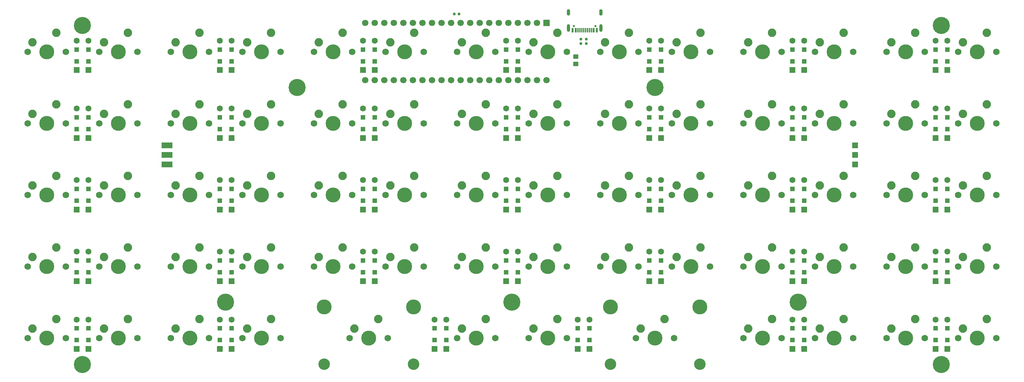
<source format=gbr>
%TF.GenerationSoftware,KiCad,Pcbnew,(6.0.4)*%
%TF.CreationDate,2022-09-11T20:25:19+10:00*%
%TF.ProjectId,pcb,7063622e-6b69-4636-9164-5f7063625858,rev?*%
%TF.SameCoordinates,Original*%
%TF.FileFunction,Soldermask,Bot*%
%TF.FilePolarity,Negative*%
%FSLAX46Y46*%
G04 Gerber Fmt 4.6, Leading zero omitted, Abs format (unit mm)*
G04 Created by KiCad (PCBNEW (6.0.4)) date 2022-09-11 20:25:19*
%MOMM*%
%LPD*%
G01*
G04 APERTURE LIST*
G04 Aperture macros list*
%AMRoundRect*
0 Rectangle with rounded corners*
0 $1 Rounding radius*
0 $2 $3 $4 $5 $6 $7 $8 $9 X,Y pos of 4 corners*
0 Add a 4 corners polygon primitive as box body*
4,1,4,$2,$3,$4,$5,$6,$7,$8,$9,$2,$3,0*
0 Add four circle primitives for the rounded corners*
1,1,$1+$1,$2,$3*
1,1,$1+$1,$4,$5*
1,1,$1+$1,$6,$7*
1,1,$1+$1,$8,$9*
0 Add four rect primitives between the rounded corners*
20,1,$1+$1,$2,$3,$4,$5,0*
20,1,$1+$1,$4,$5,$6,$7,0*
20,1,$1+$1,$6,$7,$8,$9,0*
20,1,$1+$1,$8,$9,$2,$3,0*%
G04 Aperture macros list end*
%ADD10C,1.750000*%
%ADD11C,3.987800*%
%ADD12C,2.250000*%
%ADD13C,4.550000*%
%ADD14R,1.700000X1.700000*%
%ADD15C,1.700000*%
%ADD16C,3.048000*%
%ADD17R,1.200000X1.200000*%
%ADD18R,1.600000X1.600000*%
%ADD19C,1.600000*%
%ADD20RoundRect,0.250000X-0.450000X0.350000X-0.450000X-0.350000X0.450000X-0.350000X0.450000X0.350000X0*%
%ADD21R,1.524000X1.524000*%
%ADD22RoundRect,0.160000X-0.160000X0.197500X-0.160000X-0.197500X0.160000X-0.197500X0.160000X0.197500X0*%
%ADD23C,0.600000*%
%ADD24R,0.600000X1.160000*%
%ADD25R,0.300000X1.160000*%
%ADD26O,0.900000X2.000000*%
%ADD27O,0.900000X1.700000*%
%ADD28RoundRect,0.160000X0.197500X0.160000X-0.197500X0.160000X-0.197500X-0.160000X0.197500X-0.160000X0*%
%ADD29R,3.000000X1.524000*%
G04 APERTURE END LIST*
D10*
%TO.C,SW17*%
X52705000Y-28575000D03*
D11*
X47625000Y-28575000D03*
D10*
X42545000Y-28575000D03*
D12*
X43815000Y-26035000D03*
X50165000Y-23495000D03*
%TD*%
D10*
%TO.C,SW31*%
X42545000Y-47625000D03*
X52705000Y-47625000D03*
D11*
X47625000Y-47625000D03*
D12*
X43815000Y-45085000D03*
X50165000Y-42545000D03*
%TD*%
D13*
%TO.C,H8*%
X19050000Y-92750000D03*
%TD*%
D10*
%TO.C,SW3*%
X42545000Y-9525000D03*
D11*
X47625000Y-9525000D03*
D10*
X52705000Y-9525000D03*
D12*
X43815000Y-6985000D03*
X50165000Y-4445000D03*
%TD*%
D10*
%TO.C,SW30*%
X33655000Y-47625000D03*
D11*
X28575000Y-47625000D03*
D10*
X23495000Y-47625000D03*
D12*
X24765000Y-45085000D03*
X31115000Y-42545000D03*
%TD*%
D10*
%TO.C,SW60*%
X61595000Y-85725000D03*
D11*
X66675000Y-85725000D03*
D10*
X71755000Y-85725000D03*
D12*
X62865000Y-83185000D03*
X69215000Y-80645000D03*
%TD*%
D10*
%TO.C,SW33*%
X90805000Y-47625000D03*
X80645000Y-47625000D03*
D11*
X85725000Y-47625000D03*
D12*
X81915000Y-45085000D03*
X88265000Y-42545000D03*
%TD*%
D11*
%TO.C,SW46*%
X66675000Y-66675000D03*
D10*
X71755000Y-66675000D03*
X61595000Y-66675000D03*
D12*
X62865000Y-64135000D03*
X69215000Y-61595000D03*
%TD*%
D11*
%TO.C,SW65*%
X200025000Y-85725000D03*
D10*
X205105000Y-85725000D03*
X194945000Y-85725000D03*
D12*
X196215000Y-83185000D03*
X202565000Y-80645000D03*
%TD*%
D10*
%TO.C,SW57*%
X4445000Y-85725000D03*
D11*
X9525000Y-85725000D03*
D10*
X14605000Y-85725000D03*
D12*
X5715000Y-83185000D03*
X12065000Y-80645000D03*
%TD*%
D14*
%TO.C,U1*%
X142550000Y-1850000D03*
D15*
X140010000Y-1850000D03*
X137470000Y-1850000D03*
X134930000Y-1850000D03*
X132390000Y-1850000D03*
X129850000Y-1850000D03*
X127310000Y-1850000D03*
X124770000Y-1850000D03*
X122230000Y-1850000D03*
X119690000Y-1850000D03*
X117150000Y-1850000D03*
X114610000Y-1850000D03*
X112070000Y-1850000D03*
X109530000Y-1850000D03*
X106990000Y-1850000D03*
X104450000Y-1850000D03*
X101910000Y-1850000D03*
X99370000Y-1850000D03*
X96830000Y-1850000D03*
X94290000Y-1850000D03*
X94290000Y-17090000D03*
X96830000Y-17090000D03*
X99370000Y-17090000D03*
X101910000Y-17090000D03*
X104450000Y-17090000D03*
X106990000Y-17090000D03*
X109530000Y-17090000D03*
X112070000Y-17090000D03*
X114610000Y-17090000D03*
X117150000Y-17090000D03*
X119690000Y-17090000D03*
X122230000Y-17090000D03*
X124770000Y-17090000D03*
X127310000Y-17090000D03*
X129850000Y-17090000D03*
X132390000Y-17090000D03*
X134930000Y-17090000D03*
X137470000Y-17090000D03*
X140010000Y-17090000D03*
X142550000Y-17090000D03*
%TD*%
D10*
%TO.C,SW68*%
X262255000Y-85725000D03*
X252095000Y-85725000D03*
D11*
X257175000Y-85725000D03*
D12*
X253365000Y-83185000D03*
X259715000Y-80645000D03*
%TD*%
D10*
%TO.C,SW47*%
X80645000Y-66675000D03*
X90805000Y-66675000D03*
D11*
X85725000Y-66675000D03*
D12*
X81915000Y-64135000D03*
X88265000Y-61595000D03*
%TD*%
D10*
%TO.C,SW51*%
X167005000Y-66675000D03*
D11*
X161925000Y-66675000D03*
D10*
X156845000Y-66675000D03*
D12*
X158115000Y-64135000D03*
X164465000Y-61595000D03*
%TD*%
D10*
%TO.C,SW43*%
X14605000Y-66675000D03*
D11*
X9525000Y-66675000D03*
D10*
X4445000Y-66675000D03*
D12*
X5715000Y-64135000D03*
X12065000Y-61595000D03*
%TD*%
D10*
%TO.C,SW58*%
X33655000Y-85725000D03*
D11*
X28575000Y-85725000D03*
D10*
X23495000Y-85725000D03*
D12*
X24765000Y-83185000D03*
X31115000Y-80645000D03*
%TD*%
D10*
%TO.C,SW1*%
X14605000Y-9525000D03*
D11*
X9525000Y-9525000D03*
D10*
X4445000Y-9525000D03*
D12*
X5715000Y-6985000D03*
X12065000Y-4445000D03*
%TD*%
D11*
%TO.C,SW42*%
X257175000Y-47625000D03*
D10*
X262255000Y-47625000D03*
X252095000Y-47625000D03*
D12*
X253365000Y-45085000D03*
X259715000Y-42545000D03*
%TD*%
D10*
%TO.C,SW11*%
X194945000Y-9525000D03*
D11*
X200025000Y-9525000D03*
D10*
X205105000Y-9525000D03*
D12*
X196215000Y-6985000D03*
X202565000Y-4445000D03*
%TD*%
D11*
%TO.C,SW54*%
X219075000Y-66675000D03*
D10*
X213995000Y-66675000D03*
X224155000Y-66675000D03*
D12*
X215265000Y-64135000D03*
X221615000Y-61595000D03*
%TD*%
D11*
%TO.C,SW38*%
X180975000Y-47625000D03*
D10*
X175895000Y-47625000D03*
X186055000Y-47625000D03*
D12*
X177165000Y-45085000D03*
X183515000Y-42545000D03*
%TD*%
D10*
%TO.C,SW63*%
X137795000Y-85725000D03*
X147955000Y-85725000D03*
D11*
X142875000Y-85725000D03*
D12*
X139065000Y-83185000D03*
X145415000Y-80645000D03*
%TD*%
D10*
%TO.C,SW5*%
X90805000Y-9525000D03*
D11*
X85725000Y-9525000D03*
D10*
X80645000Y-9525000D03*
D12*
X81915000Y-6985000D03*
X88265000Y-4445000D03*
%TD*%
D11*
%TO.C,SW10*%
X180975000Y-9525000D03*
D10*
X186055000Y-9525000D03*
X175895000Y-9525000D03*
D12*
X177165000Y-6985000D03*
X183515000Y-4445000D03*
%TD*%
D11*
%TO.C,SW52*%
X180975000Y-66675000D03*
D10*
X175895000Y-66675000D03*
X186055000Y-66675000D03*
D12*
X177165000Y-64135000D03*
X183515000Y-61595000D03*
%TD*%
D13*
%TO.C,H3*%
X171450000Y-19050000D03*
%TD*%
D10*
%TO.C,SW23*%
X167005000Y-28575000D03*
D11*
X161925000Y-28575000D03*
D10*
X156845000Y-28575000D03*
D12*
X158115000Y-26035000D03*
X164465000Y-23495000D03*
%TD*%
D11*
%TO.C,SW48*%
X104775000Y-66675000D03*
D10*
X109855000Y-66675000D03*
X99695000Y-66675000D03*
D12*
X100965000Y-64135000D03*
X107315000Y-61595000D03*
%TD*%
D13*
%TO.C,H7*%
X209550000Y-76200000D03*
%TD*%
D10*
%TO.C,SW39*%
X194945000Y-47625000D03*
D11*
X200025000Y-47625000D03*
D10*
X205105000Y-47625000D03*
D12*
X196215000Y-45085000D03*
X202565000Y-42545000D03*
%TD*%
D13*
%TO.C,H9*%
X247650000Y-92750000D03*
%TD*%
D10*
%TO.C,SW14*%
X262255000Y-9525000D03*
D11*
X257175000Y-9525000D03*
D10*
X252095000Y-9525000D03*
D12*
X253365000Y-6985000D03*
X259715000Y-4445000D03*
%TD*%
D11*
%TO.C,SW59*%
X47625000Y-85725000D03*
D10*
X52705000Y-85725000D03*
X42545000Y-85725000D03*
D12*
X43815000Y-83185000D03*
X50165000Y-80645000D03*
%TD*%
D10*
%TO.C,SW56*%
X252095000Y-66675000D03*
D11*
X257175000Y-66675000D03*
D10*
X262255000Y-66675000D03*
D12*
X253365000Y-64135000D03*
X259715000Y-61595000D03*
%TD*%
D10*
%TO.C,SW49*%
X128905000Y-66675000D03*
D11*
X123825000Y-66675000D03*
D10*
X118745000Y-66675000D03*
D12*
X120015000Y-64135000D03*
X126365000Y-61595000D03*
%TD*%
D10*
%TO.C,SW66*%
X213995000Y-85725000D03*
X224155000Y-85725000D03*
D11*
X219075000Y-85725000D03*
D12*
X215265000Y-83185000D03*
X221615000Y-80645000D03*
%TD*%
D11*
%TO.C,SW50*%
X142875000Y-66675000D03*
D10*
X137795000Y-66675000D03*
X147955000Y-66675000D03*
D12*
X139065000Y-64135000D03*
X145415000Y-61595000D03*
%TD*%
D13*
%TO.C,H6*%
X133350000Y-76200000D03*
%TD*%
D11*
%TO.C,SW13*%
X238125000Y-9525000D03*
D10*
X233045000Y-9525000D03*
X243205000Y-9525000D03*
D12*
X234315000Y-6985000D03*
X240665000Y-4445000D03*
%TD*%
D10*
%TO.C,SW9*%
X167005000Y-9525000D03*
D11*
X161925000Y-9525000D03*
D10*
X156845000Y-9525000D03*
D12*
X158115000Y-6985000D03*
X164465000Y-4445000D03*
%TD*%
D10*
%TO.C,SW45*%
X52705000Y-66675000D03*
D11*
X47625000Y-66675000D03*
D10*
X42545000Y-66675000D03*
D12*
X43815000Y-64135000D03*
X50165000Y-61595000D03*
%TD*%
D11*
%TO.C,SW4*%
X66675000Y-9525000D03*
D10*
X71755000Y-9525000D03*
X61595000Y-9525000D03*
D12*
X62865000Y-6985000D03*
X69215000Y-4445000D03*
%TD*%
D10*
%TO.C,SW6*%
X109855000Y-9525000D03*
D11*
X104775000Y-9525000D03*
D10*
X99695000Y-9525000D03*
D12*
X100965000Y-6985000D03*
X107315000Y-4445000D03*
%TD*%
D10*
%TO.C,SW40*%
X213995000Y-47625000D03*
X224155000Y-47625000D03*
D11*
X219075000Y-47625000D03*
D12*
X215265000Y-45085000D03*
X221615000Y-42545000D03*
%TD*%
D10*
%TO.C,SW53*%
X194945000Y-66675000D03*
X205105000Y-66675000D03*
D11*
X200025000Y-66675000D03*
D12*
X196215000Y-64135000D03*
X202565000Y-61595000D03*
%TD*%
D11*
%TO.C,SW29*%
X9525000Y-47625000D03*
D10*
X4445000Y-47625000D03*
X14605000Y-47625000D03*
D12*
X5715000Y-45085000D03*
X12065000Y-42545000D03*
%TD*%
D10*
%TO.C,SW22*%
X147955000Y-28575000D03*
D11*
X142875000Y-28575000D03*
D10*
X137795000Y-28575000D03*
D12*
X139065000Y-26035000D03*
X145415000Y-23495000D03*
%TD*%
D11*
%TO.C,SW34*%
X104775000Y-47625000D03*
D10*
X99695000Y-47625000D03*
X109855000Y-47625000D03*
D12*
X100965000Y-45085000D03*
X107315000Y-42545000D03*
%TD*%
D10*
%TO.C,SW7*%
X128905000Y-9525000D03*
D11*
X123825000Y-9525000D03*
D10*
X118745000Y-9525000D03*
D12*
X120015000Y-6985000D03*
X126365000Y-4445000D03*
%TD*%
D10*
%TO.C,SW24*%
X186055000Y-28575000D03*
X175895000Y-28575000D03*
D11*
X180975000Y-28575000D03*
D12*
X177165000Y-26035000D03*
X183515000Y-23495000D03*
%TD*%
D11*
%TO.C,SW62*%
X123825000Y-85725000D03*
D10*
X118745000Y-85725000D03*
X128905000Y-85725000D03*
D12*
X120015000Y-83185000D03*
X126365000Y-80645000D03*
%TD*%
D11*
%TO.C,SW15*%
X9525000Y-28575000D03*
D10*
X14605000Y-28575000D03*
X4445000Y-28575000D03*
D12*
X5715000Y-26035000D03*
X12065000Y-23495000D03*
%TD*%
D13*
%TO.C,H4*%
X247650000Y-2500000D03*
%TD*%
D10*
%TO.C,SW2*%
X23495000Y-9525000D03*
D11*
X28575000Y-9525000D03*
D10*
X33655000Y-9525000D03*
D12*
X24765000Y-6985000D03*
X31115000Y-4445000D03*
%TD*%
D13*
%TO.C,H5*%
X57150000Y-76200000D03*
%TD*%
D10*
%TO.C,SW18*%
X71755000Y-28575000D03*
D11*
X66675000Y-28575000D03*
D10*
X61595000Y-28575000D03*
D12*
X62865000Y-26035000D03*
X69215000Y-23495000D03*
%TD*%
D10*
%TO.C,SW12*%
X224155000Y-9525000D03*
D11*
X219075000Y-9525000D03*
D10*
X213995000Y-9525000D03*
D12*
X215265000Y-6985000D03*
X221615000Y-4445000D03*
%TD*%
D16*
%TO.C,SW61*%
X107156250Y-92710000D03*
D11*
X95250000Y-85725000D03*
D16*
X83343750Y-92710000D03*
D11*
X83343750Y-77470000D03*
D10*
X100330000Y-85725000D03*
D11*
X107156250Y-77470000D03*
D10*
X90170000Y-85725000D03*
D12*
X91440000Y-83185000D03*
X97790000Y-80645000D03*
%TD*%
D11*
%TO.C,SW67*%
X238125000Y-85725000D03*
D10*
X243205000Y-85725000D03*
X233045000Y-85725000D03*
D12*
X234315000Y-83185000D03*
X240665000Y-80645000D03*
%TD*%
D11*
%TO.C,SW36*%
X142875000Y-47625000D03*
D10*
X147955000Y-47625000D03*
X137795000Y-47625000D03*
D12*
X139065000Y-45085000D03*
X145415000Y-42545000D03*
%TD*%
D11*
%TO.C,SW55*%
X238125000Y-66675000D03*
D10*
X243205000Y-66675000D03*
X233045000Y-66675000D03*
D12*
X234315000Y-64135000D03*
X240665000Y-61595000D03*
%TD*%
D11*
%TO.C,SW26*%
X219075000Y-28575000D03*
D10*
X213995000Y-28575000D03*
X224155000Y-28575000D03*
D12*
X215265000Y-26035000D03*
X221615000Y-23495000D03*
%TD*%
D13*
%TO.C,H2*%
X76200000Y-19050000D03*
%TD*%
D10*
%TO.C,SW8*%
X137795000Y-9525000D03*
D11*
X142875000Y-9525000D03*
D10*
X147955000Y-9525000D03*
D12*
X139065000Y-6985000D03*
X145415000Y-4445000D03*
%TD*%
D11*
%TO.C,SW37*%
X161925000Y-47625000D03*
D10*
X167005000Y-47625000D03*
X156845000Y-47625000D03*
D12*
X158115000Y-45085000D03*
X164465000Y-42545000D03*
%TD*%
D10*
%TO.C,SW25*%
X205105000Y-28575000D03*
X194945000Y-28575000D03*
D11*
X200025000Y-28575000D03*
D12*
X196215000Y-26035000D03*
X202565000Y-23495000D03*
%TD*%
D11*
%TO.C,SW64*%
X183356250Y-77470000D03*
D10*
X166370000Y-85725000D03*
D16*
X159543750Y-92710000D03*
D11*
X171450000Y-85725000D03*
D16*
X183356250Y-92710000D03*
D10*
X176530000Y-85725000D03*
D11*
X159543750Y-77470000D03*
D12*
X167640000Y-83185000D03*
X173990000Y-80645000D03*
%TD*%
D10*
%TO.C,SW41*%
X243205000Y-47625000D03*
D11*
X238125000Y-47625000D03*
D10*
X233045000Y-47625000D03*
D12*
X234315000Y-45085000D03*
X240665000Y-42545000D03*
%TD*%
D11*
%TO.C,SW21*%
X123825000Y-28575000D03*
D10*
X128905000Y-28575000D03*
X118745000Y-28575000D03*
D12*
X120015000Y-26035000D03*
X126365000Y-23495000D03*
%TD*%
D11*
%TO.C,SW19*%
X85725000Y-28575000D03*
D10*
X80645000Y-28575000D03*
X90805000Y-28575000D03*
D12*
X81915000Y-26035000D03*
X88265000Y-23495000D03*
%TD*%
D10*
%TO.C,SW32*%
X61595000Y-47625000D03*
X71755000Y-47625000D03*
D11*
X66675000Y-47625000D03*
D12*
X62865000Y-45085000D03*
X69215000Y-42545000D03*
%TD*%
D10*
%TO.C,SW20*%
X99695000Y-28575000D03*
D11*
X104775000Y-28575000D03*
D10*
X109855000Y-28575000D03*
D12*
X100965000Y-26035000D03*
X107315000Y-23495000D03*
%TD*%
D13*
%TO.C,H1*%
X19050000Y-2500000D03*
%TD*%
D10*
%TO.C,SW28*%
X262255000Y-28575000D03*
D11*
X257175000Y-28575000D03*
D10*
X252095000Y-28575000D03*
D12*
X253365000Y-26035000D03*
X259715000Y-23495000D03*
%TD*%
D10*
%TO.C,SW44*%
X23495000Y-66675000D03*
D11*
X28575000Y-66675000D03*
D10*
X33655000Y-66675000D03*
D12*
X24765000Y-64135000D03*
X31115000Y-61595000D03*
%TD*%
D10*
%TO.C,SW27*%
X243205000Y-28575000D03*
D11*
X238125000Y-28575000D03*
D10*
X233045000Y-28575000D03*
D12*
X234315000Y-26035000D03*
X240665000Y-23495000D03*
%TD*%
D11*
%TO.C,SW16*%
X28575000Y-28575000D03*
D10*
X33655000Y-28575000D03*
X23495000Y-28575000D03*
D12*
X24765000Y-26035000D03*
X31115000Y-23495000D03*
%TD*%
D11*
%TO.C,SW35*%
X123825000Y-47625000D03*
D10*
X128905000Y-47625000D03*
X118745000Y-47625000D03*
D12*
X120015000Y-45085000D03*
X126365000Y-42545000D03*
%TD*%
D17*
%TO.C,D50*%
X134950000Y-68250000D03*
D18*
X134950000Y-70575000D03*
D17*
X134950000Y-65100000D03*
D19*
X134950000Y-62775000D03*
%TD*%
D17*
%TO.C,D6*%
X96850000Y-12100000D03*
D18*
X96850000Y-14425000D03*
D17*
X96850000Y-8950000D03*
D19*
X96850000Y-6625000D03*
%TD*%
D18*
%TO.C,D28*%
X249250000Y-32475000D03*
D17*
X249250000Y-30150000D03*
X249250000Y-27000000D03*
D19*
X249250000Y-24675000D03*
%TD*%
D17*
%TO.C,D26*%
X211150000Y-30150000D03*
D18*
X211150000Y-32475000D03*
D19*
X211150000Y-24675000D03*
D17*
X211150000Y-27000000D03*
%TD*%
%TO.C,D8*%
X134950000Y-12100000D03*
D18*
X134950000Y-14425000D03*
D19*
X134950000Y-6625000D03*
D17*
X134950000Y-8950000D03*
%TD*%
D20*
%TO.C,R3*%
X150300000Y-10800000D03*
X150300000Y-12800000D03*
%TD*%
D18*
%TO.C,D34*%
X96850000Y-51525000D03*
D17*
X96850000Y-49200000D03*
X96850000Y-46050000D03*
D19*
X96850000Y-43725000D03*
%TD*%
D18*
%TO.C,D64*%
X154000000Y-88625000D03*
D17*
X154000000Y-86300000D03*
X154000000Y-83150000D03*
D19*
X154000000Y-80825000D03*
%TD*%
D17*
%TO.C,D39*%
X207950000Y-49200000D03*
D18*
X207950000Y-51525000D03*
D19*
X207950000Y-43725000D03*
D17*
X207950000Y-46050000D03*
%TD*%
%TO.C,D58*%
X20650000Y-86300000D03*
D18*
X20650000Y-88625000D03*
D19*
X20650000Y-80825000D03*
D17*
X20650000Y-83150000D03*
%TD*%
%TO.C,D14*%
X249250000Y-12100000D03*
D18*
X249250000Y-14425000D03*
D17*
X249250000Y-8950000D03*
D19*
X249250000Y-6625000D03*
%TD*%
D17*
%TO.C,D30*%
X20650000Y-49200000D03*
D18*
X20650000Y-51525000D03*
D17*
X20650000Y-46050000D03*
D19*
X20650000Y-43725000D03*
%TD*%
D17*
%TO.C,D36*%
X134950000Y-49200000D03*
D18*
X134950000Y-51525000D03*
D19*
X134950000Y-43725000D03*
D17*
X134950000Y-46050000D03*
%TD*%
D21*
%TO.C,J1*%
X224650000Y-39500000D03*
X224650000Y-36960000D03*
X224650000Y-34420000D03*
%TD*%
D18*
%TO.C,D38*%
X173050000Y-51525000D03*
D17*
X173050000Y-49200000D03*
D19*
X173050000Y-43725000D03*
D17*
X173050000Y-46050000D03*
%TD*%
D18*
%TO.C,D57*%
X17450000Y-88625000D03*
D17*
X17450000Y-86300000D03*
X17450000Y-83150000D03*
D19*
X17450000Y-80825000D03*
%TD*%
D18*
%TO.C,D19*%
X93650000Y-32475000D03*
D17*
X93650000Y-30150000D03*
D19*
X93650000Y-24675000D03*
D17*
X93650000Y-27000000D03*
%TD*%
%TO.C,D23*%
X169850000Y-30150000D03*
D18*
X169850000Y-32475000D03*
D19*
X169850000Y-24675000D03*
D17*
X169850000Y-27000000D03*
%TD*%
D18*
%TO.C,D55*%
X246050000Y-70575000D03*
D17*
X246050000Y-68250000D03*
X246050000Y-65100000D03*
D19*
X246050000Y-62775000D03*
%TD*%
D17*
%TO.C,D10*%
X173050000Y-12100000D03*
D18*
X173050000Y-14425000D03*
D19*
X173050000Y-6625000D03*
D17*
X173050000Y-8950000D03*
%TD*%
%TO.C,D65*%
X207950000Y-86300000D03*
D18*
X207950000Y-88625000D03*
D19*
X207950000Y-80825000D03*
D17*
X207950000Y-83150000D03*
%TD*%
%TO.C,D3*%
X55550000Y-12100000D03*
D18*
X55550000Y-14425000D03*
D19*
X55550000Y-6625000D03*
D17*
X55550000Y-8950000D03*
%TD*%
D22*
%TO.C,R2*%
X153100000Y-6202500D03*
X153100000Y-7397500D03*
%TD*%
D23*
%TO.C,J2*%
X149810000Y-2725000D03*
X155590000Y-2725000D03*
D24*
X149500000Y-3785000D03*
X150300000Y-3785000D03*
D25*
X151450000Y-3785000D03*
X152450000Y-3785000D03*
X152950000Y-3785000D03*
X153950000Y-3785000D03*
D24*
X155100000Y-3785000D03*
X155900000Y-3785000D03*
X155900000Y-3785000D03*
X155100000Y-3785000D03*
D25*
X154450000Y-3785000D03*
X153450000Y-3785000D03*
X151950000Y-3785000D03*
X150950000Y-3785000D03*
D24*
X150300000Y-3785000D03*
X149500000Y-3785000D03*
D26*
X157020000Y-3205000D03*
X148380000Y-3205000D03*
D27*
X148380000Y965000D03*
X157020000Y965000D03*
%TD*%
D18*
%TO.C,D41*%
X246050000Y-51525000D03*
D17*
X246050000Y-49200000D03*
D19*
X246050000Y-43725000D03*
D17*
X246050000Y-46050000D03*
%TD*%
D18*
%TO.C,D53*%
X207950000Y-70575000D03*
D17*
X207950000Y-68250000D03*
X207950000Y-65100000D03*
D19*
X207950000Y-62775000D03*
%TD*%
D17*
%TO.C,D37*%
X169850000Y-49200000D03*
D18*
X169850000Y-51525000D03*
D17*
X169850000Y-46050000D03*
D19*
X169850000Y-43725000D03*
%TD*%
D17*
%TO.C,D4*%
X58750000Y-12100000D03*
D18*
X58750000Y-14425000D03*
D19*
X58750000Y-6625000D03*
D17*
X58750000Y-8950000D03*
%TD*%
%TO.C,D51*%
X169850000Y-68250000D03*
D18*
X169850000Y-70575000D03*
D17*
X169850000Y-65100000D03*
D19*
X169850000Y-62775000D03*
%TD*%
D17*
%TO.C,D54*%
X211150000Y-68250000D03*
D18*
X211150000Y-70575000D03*
D19*
X211150000Y-62775000D03*
D17*
X211150000Y-65100000D03*
%TD*%
D18*
%TO.C,D1*%
X17450000Y-14425000D03*
D17*
X17450000Y-12100000D03*
D19*
X17450000Y-6625000D03*
D17*
X17450000Y-8950000D03*
%TD*%
%TO.C,D11*%
X207950000Y-12100000D03*
D18*
X207950000Y-14425000D03*
D17*
X207950000Y-8950000D03*
D19*
X207950000Y-6625000D03*
%TD*%
D18*
%TO.C,D67*%
X246050000Y-88625000D03*
D17*
X246050000Y-86300000D03*
X246050000Y-83150000D03*
D19*
X246050000Y-80825000D03*
%TD*%
D18*
%TO.C,D46*%
X58750000Y-70575000D03*
D17*
X58750000Y-68250000D03*
D19*
X58750000Y-62775000D03*
D17*
X58750000Y-65100000D03*
%TD*%
%TO.C,D49*%
X131750000Y-68250000D03*
D18*
X131750000Y-70575000D03*
D19*
X131750000Y-62775000D03*
D17*
X131750000Y-65100000D03*
%TD*%
D18*
%TO.C,D68*%
X249250000Y-88625000D03*
D17*
X249250000Y-86300000D03*
D19*
X249250000Y-80825000D03*
D17*
X249250000Y-83150000D03*
%TD*%
%TO.C,D25*%
X207950000Y-30150000D03*
D18*
X207950000Y-32475000D03*
D17*
X207950000Y-27000000D03*
D19*
X207950000Y-24675000D03*
%TD*%
D18*
%TO.C,D12*%
X211150000Y-14425000D03*
D17*
X211150000Y-12100000D03*
X211150000Y-8950000D03*
D19*
X211150000Y-6625000D03*
%TD*%
D18*
%TO.C,D9*%
X169850000Y-14425000D03*
D17*
X169850000Y-12100000D03*
X169850000Y-8950000D03*
D19*
X169850000Y-6625000D03*
%TD*%
D22*
%TO.C,R1*%
X151700000Y-6202500D03*
X151700000Y-7397500D03*
%TD*%
D17*
%TO.C,D60*%
X58750000Y-86300000D03*
D18*
X58750000Y-88625000D03*
D19*
X58750000Y-80825000D03*
D17*
X58750000Y-83150000D03*
%TD*%
%TO.C,D24*%
X173050000Y-30150000D03*
D18*
X173050000Y-32475000D03*
D17*
X173050000Y-27000000D03*
D19*
X173050000Y-24675000D03*
%TD*%
D18*
%TO.C,D40*%
X211150000Y-51525000D03*
D17*
X211150000Y-49200000D03*
X211150000Y-46050000D03*
D19*
X211150000Y-43725000D03*
%TD*%
D17*
%TO.C,D29*%
X17450000Y-49200000D03*
D18*
X17450000Y-51525000D03*
D17*
X17450000Y-46050000D03*
D19*
X17450000Y-43725000D03*
%TD*%
D18*
%TO.C,D42*%
X249250000Y-51525000D03*
D17*
X249250000Y-49200000D03*
X249250000Y-46050000D03*
D19*
X249250000Y-43725000D03*
%TD*%
D17*
%TO.C,D5*%
X93650000Y-12100000D03*
D18*
X93650000Y-14425000D03*
D19*
X93650000Y-6625000D03*
D17*
X93650000Y-8950000D03*
%TD*%
D18*
%TO.C,D63*%
X150800000Y-88625000D03*
D17*
X150800000Y-86300000D03*
D19*
X150800000Y-80825000D03*
D17*
X150800000Y-83150000D03*
%TD*%
%TO.C,D16*%
X20650000Y-30150000D03*
D18*
X20650000Y-32475000D03*
D19*
X20650000Y-24675000D03*
D17*
X20650000Y-27000000D03*
%TD*%
%TO.C,D61*%
X112700000Y-86300000D03*
D18*
X112700000Y-88625000D03*
D17*
X112700000Y-83150000D03*
D19*
X112700000Y-80825000D03*
%TD*%
D17*
%TO.C,D20*%
X96850000Y-30150000D03*
D18*
X96850000Y-32475000D03*
D19*
X96850000Y-24675000D03*
D17*
X96850000Y-27000000D03*
%TD*%
%TO.C,D31*%
X55550000Y-49200000D03*
D18*
X55550000Y-51525000D03*
D19*
X55550000Y-43725000D03*
D17*
X55550000Y-46050000D03*
%TD*%
%TO.C,D47*%
X93650000Y-68250000D03*
D18*
X93650000Y-70575000D03*
D17*
X93650000Y-65100000D03*
D19*
X93650000Y-62775000D03*
%TD*%
D18*
%TO.C,D52*%
X173050000Y-70575000D03*
D17*
X173050000Y-68250000D03*
D19*
X173050000Y-62775000D03*
D17*
X173050000Y-65100000D03*
%TD*%
D28*
%TO.C,R4*%
X119217500Y500000D03*
X118022500Y500000D03*
%TD*%
D18*
%TO.C,D32*%
X58750000Y-51525000D03*
D17*
X58750000Y-49200000D03*
D19*
X58750000Y-43725000D03*
D17*
X58750000Y-46050000D03*
%TD*%
%TO.C,D7*%
X131750000Y-12100000D03*
D18*
X131750000Y-14425000D03*
D17*
X131750000Y-8950000D03*
D19*
X131750000Y-6625000D03*
%TD*%
D18*
%TO.C,D18*%
X58750000Y-32475000D03*
D17*
X58750000Y-30150000D03*
D19*
X58750000Y-24675000D03*
D17*
X58750000Y-27000000D03*
%TD*%
D18*
%TO.C,D48*%
X96850000Y-70575000D03*
D17*
X96850000Y-68250000D03*
D19*
X96850000Y-62775000D03*
D17*
X96850000Y-65100000D03*
%TD*%
%TO.C,D15*%
X17450000Y-30150000D03*
D18*
X17450000Y-32475000D03*
D19*
X17450000Y-24675000D03*
D17*
X17450000Y-27000000D03*
%TD*%
D18*
%TO.C,D44*%
X20650000Y-70575000D03*
D17*
X20650000Y-68250000D03*
D19*
X20650000Y-62775000D03*
D17*
X20650000Y-65100000D03*
%TD*%
%TO.C,D13*%
X246050000Y-12100000D03*
D18*
X246050000Y-14425000D03*
D17*
X246050000Y-8950000D03*
D19*
X246050000Y-6625000D03*
%TD*%
D17*
%TO.C,D43*%
X17450000Y-68250000D03*
D18*
X17450000Y-70575000D03*
D19*
X17450000Y-62775000D03*
D17*
X17450000Y-65100000D03*
%TD*%
D18*
%TO.C,D56*%
X249250000Y-70575000D03*
D17*
X249250000Y-68250000D03*
X249250000Y-65100000D03*
D19*
X249250000Y-62775000D03*
%TD*%
D17*
%TO.C,D66*%
X211150000Y-86300000D03*
D18*
X211150000Y-88625000D03*
D17*
X211150000Y-83150000D03*
D19*
X211150000Y-80825000D03*
%TD*%
D18*
%TO.C,D33*%
X93650000Y-51525000D03*
D17*
X93650000Y-49200000D03*
D19*
X93650000Y-43725000D03*
D17*
X93650000Y-46050000D03*
%TD*%
%TO.C,D35*%
X131750000Y-49200000D03*
D18*
X131750000Y-51525000D03*
D17*
X131750000Y-46050000D03*
D19*
X131750000Y-43725000D03*
%TD*%
D17*
%TO.C,D59*%
X55550000Y-86300000D03*
D18*
X55550000Y-88625000D03*
D19*
X55550000Y-80825000D03*
D17*
X55550000Y-83150000D03*
%TD*%
D18*
%TO.C,D22*%
X134950000Y-32475000D03*
D17*
X134950000Y-30150000D03*
X134950000Y-27000000D03*
D19*
X134950000Y-24675000D03*
%TD*%
D18*
%TO.C,D62*%
X115900000Y-88625000D03*
D17*
X115900000Y-86300000D03*
D19*
X115900000Y-80825000D03*
D17*
X115900000Y-83150000D03*
%TD*%
D18*
%TO.C,D27*%
X246050000Y-32475000D03*
D17*
X246050000Y-30150000D03*
D19*
X246050000Y-24675000D03*
D17*
X246050000Y-27000000D03*
%TD*%
%TO.C,D17*%
X55550000Y-30150000D03*
D18*
X55550000Y-32475000D03*
D19*
X55550000Y-24675000D03*
D17*
X55550000Y-27000000D03*
%TD*%
D18*
%TO.C,D2*%
X20650000Y-14425000D03*
D17*
X20650000Y-12100000D03*
X20650000Y-8950000D03*
D19*
X20650000Y-6625000D03*
%TD*%
D29*
%TO.C,J3*%
X41500000Y-39500000D03*
X41500000Y-36960000D03*
X41500000Y-34420000D03*
%TD*%
D18*
%TO.C,D21*%
X131750000Y-32475000D03*
D17*
X131750000Y-30150000D03*
D19*
X131750000Y-24675000D03*
D17*
X131750000Y-27000000D03*
%TD*%
%TO.C,D45*%
X55550000Y-68250000D03*
D18*
X55550000Y-70575000D03*
D17*
X55550000Y-65100000D03*
D19*
X55550000Y-62775000D03*
%TD*%
M02*

</source>
